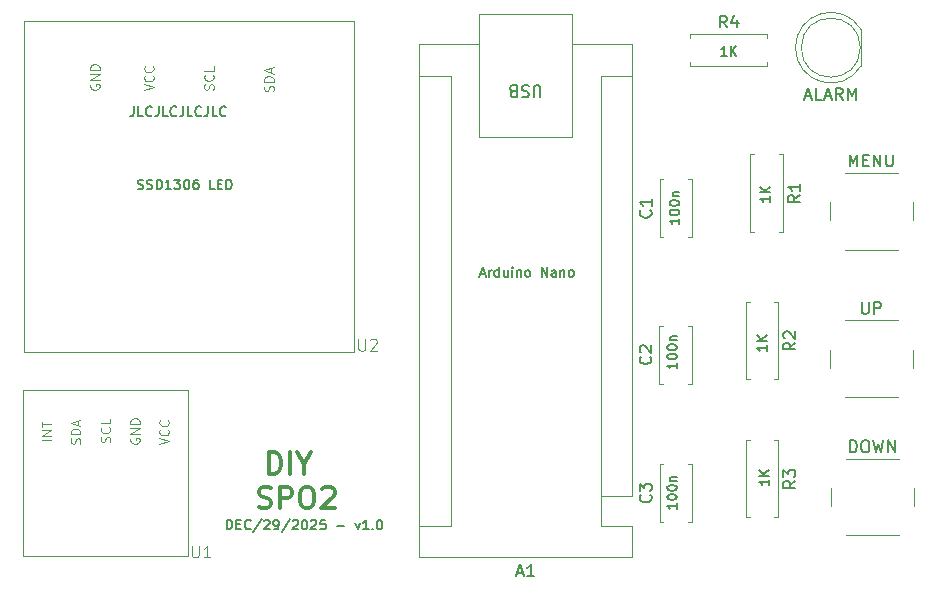
<source format=gbr>
G04 #@! TF.GenerationSoftware,KiCad,Pcbnew,9.0.2*
G04 #@! TF.CreationDate,2025-12-29T14:16:25-08:00*
G04 #@! TF.ProjectId,akshera,616b7368-6572-4612-9e6b-696361645f70,rev?*
G04 #@! TF.SameCoordinates,Original*
G04 #@! TF.FileFunction,Legend,Top*
G04 #@! TF.FilePolarity,Positive*
%FSLAX46Y46*%
G04 Gerber Fmt 4.6, Leading zero omitted, Abs format (unit mm)*
G04 Created by KiCad (PCBNEW 9.0.2) date 2025-12-29 14:16:25*
%MOMM*%
%LPD*%
G01*
G04 APERTURE LIST*
%ADD10C,0.152400*%
%ADD11C,0.300000*%
%ADD12C,0.100000*%
%ADD13C,0.150000*%
%ADD14C,0.120000*%
G04 APERTURE END LIST*
D10*
X140826015Y-67379803D02*
X140826015Y-67960375D01*
X140826015Y-67960375D02*
X140787310Y-68076489D01*
X140787310Y-68076489D02*
X140709901Y-68153899D01*
X140709901Y-68153899D02*
X140593786Y-68192603D01*
X140593786Y-68192603D02*
X140516377Y-68192603D01*
X141600110Y-68192603D02*
X141213062Y-68192603D01*
X141213062Y-68192603D02*
X141213062Y-67379803D01*
X142335500Y-68115194D02*
X142296796Y-68153899D01*
X142296796Y-68153899D02*
X142180681Y-68192603D01*
X142180681Y-68192603D02*
X142103272Y-68192603D01*
X142103272Y-68192603D02*
X141987158Y-68153899D01*
X141987158Y-68153899D02*
X141909748Y-68076489D01*
X141909748Y-68076489D02*
X141871043Y-67999079D01*
X141871043Y-67999079D02*
X141832339Y-67844260D01*
X141832339Y-67844260D02*
X141832339Y-67728146D01*
X141832339Y-67728146D02*
X141871043Y-67573327D01*
X141871043Y-67573327D02*
X141909748Y-67495918D01*
X141909748Y-67495918D02*
X141987158Y-67418508D01*
X141987158Y-67418508D02*
X142103272Y-67379803D01*
X142103272Y-67379803D02*
X142180681Y-67379803D01*
X142180681Y-67379803D02*
X142296796Y-67418508D01*
X142296796Y-67418508D02*
X142335500Y-67457213D01*
X142916072Y-67379803D02*
X142916072Y-67960375D01*
X142916072Y-67960375D02*
X142877367Y-68076489D01*
X142877367Y-68076489D02*
X142799958Y-68153899D01*
X142799958Y-68153899D02*
X142683843Y-68192603D01*
X142683843Y-68192603D02*
X142606434Y-68192603D01*
X143690167Y-68192603D02*
X143303119Y-68192603D01*
X143303119Y-68192603D02*
X143303119Y-67379803D01*
X144425557Y-68115194D02*
X144386853Y-68153899D01*
X144386853Y-68153899D02*
X144270738Y-68192603D01*
X144270738Y-68192603D02*
X144193329Y-68192603D01*
X144193329Y-68192603D02*
X144077215Y-68153899D01*
X144077215Y-68153899D02*
X143999805Y-68076489D01*
X143999805Y-68076489D02*
X143961100Y-67999079D01*
X143961100Y-67999079D02*
X143922396Y-67844260D01*
X143922396Y-67844260D02*
X143922396Y-67728146D01*
X143922396Y-67728146D02*
X143961100Y-67573327D01*
X143961100Y-67573327D02*
X143999805Y-67495918D01*
X143999805Y-67495918D02*
X144077215Y-67418508D01*
X144077215Y-67418508D02*
X144193329Y-67379803D01*
X144193329Y-67379803D02*
X144270738Y-67379803D01*
X144270738Y-67379803D02*
X144386853Y-67418508D01*
X144386853Y-67418508D02*
X144425557Y-67457213D01*
X145006129Y-67379803D02*
X145006129Y-67960375D01*
X145006129Y-67960375D02*
X144967424Y-68076489D01*
X144967424Y-68076489D02*
X144890015Y-68153899D01*
X144890015Y-68153899D02*
X144773900Y-68192603D01*
X144773900Y-68192603D02*
X144696491Y-68192603D01*
X145780224Y-68192603D02*
X145393176Y-68192603D01*
X145393176Y-68192603D02*
X145393176Y-67379803D01*
X146515614Y-68115194D02*
X146476910Y-68153899D01*
X146476910Y-68153899D02*
X146360795Y-68192603D01*
X146360795Y-68192603D02*
X146283386Y-68192603D01*
X146283386Y-68192603D02*
X146167272Y-68153899D01*
X146167272Y-68153899D02*
X146089862Y-68076489D01*
X146089862Y-68076489D02*
X146051157Y-67999079D01*
X146051157Y-67999079D02*
X146012453Y-67844260D01*
X146012453Y-67844260D02*
X146012453Y-67728146D01*
X146012453Y-67728146D02*
X146051157Y-67573327D01*
X146051157Y-67573327D02*
X146089862Y-67495918D01*
X146089862Y-67495918D02*
X146167272Y-67418508D01*
X146167272Y-67418508D02*
X146283386Y-67379803D01*
X146283386Y-67379803D02*
X146360795Y-67379803D01*
X146360795Y-67379803D02*
X146476910Y-67418508D01*
X146476910Y-67418508D02*
X146515614Y-67457213D01*
X147096186Y-67379803D02*
X147096186Y-67960375D01*
X147096186Y-67960375D02*
X147057481Y-68076489D01*
X147057481Y-68076489D02*
X146980072Y-68153899D01*
X146980072Y-68153899D02*
X146863957Y-68192603D01*
X146863957Y-68192603D02*
X146786548Y-68192603D01*
X147870281Y-68192603D02*
X147483233Y-68192603D01*
X147483233Y-68192603D02*
X147483233Y-67379803D01*
X148605671Y-68115194D02*
X148566967Y-68153899D01*
X148566967Y-68153899D02*
X148450852Y-68192603D01*
X148450852Y-68192603D02*
X148373443Y-68192603D01*
X148373443Y-68192603D02*
X148257329Y-68153899D01*
X148257329Y-68153899D02*
X148179919Y-68076489D01*
X148179919Y-68076489D02*
X148141214Y-67999079D01*
X148141214Y-67999079D02*
X148102510Y-67844260D01*
X148102510Y-67844260D02*
X148102510Y-67728146D01*
X148102510Y-67728146D02*
X148141214Y-67573327D01*
X148141214Y-67573327D02*
X148179919Y-67495918D01*
X148179919Y-67495918D02*
X148257329Y-67418508D01*
X148257329Y-67418508D02*
X148373443Y-67379803D01*
X148373443Y-67379803D02*
X148450852Y-67379803D01*
X148450852Y-67379803D02*
X148566967Y-67418508D01*
X148566967Y-67418508D02*
X148605671Y-67457213D01*
X148693786Y-103192603D02*
X148693786Y-102379803D01*
X148693786Y-102379803D02*
X148887310Y-102379803D01*
X148887310Y-102379803D02*
X149003424Y-102418508D01*
X149003424Y-102418508D02*
X149080834Y-102495918D01*
X149080834Y-102495918D02*
X149119539Y-102573327D01*
X149119539Y-102573327D02*
X149158243Y-102728146D01*
X149158243Y-102728146D02*
X149158243Y-102844260D01*
X149158243Y-102844260D02*
X149119539Y-102999079D01*
X149119539Y-102999079D02*
X149080834Y-103076489D01*
X149080834Y-103076489D02*
X149003424Y-103153899D01*
X149003424Y-103153899D02*
X148887310Y-103192603D01*
X148887310Y-103192603D02*
X148693786Y-103192603D01*
X149506586Y-102766851D02*
X149777520Y-102766851D01*
X149893634Y-103192603D02*
X149506586Y-103192603D01*
X149506586Y-103192603D02*
X149506586Y-102379803D01*
X149506586Y-102379803D02*
X149893634Y-102379803D01*
X150706433Y-103115194D02*
X150667729Y-103153899D01*
X150667729Y-103153899D02*
X150551614Y-103192603D01*
X150551614Y-103192603D02*
X150474205Y-103192603D01*
X150474205Y-103192603D02*
X150358091Y-103153899D01*
X150358091Y-103153899D02*
X150280681Y-103076489D01*
X150280681Y-103076489D02*
X150241976Y-102999079D01*
X150241976Y-102999079D02*
X150203272Y-102844260D01*
X150203272Y-102844260D02*
X150203272Y-102728146D01*
X150203272Y-102728146D02*
X150241976Y-102573327D01*
X150241976Y-102573327D02*
X150280681Y-102495918D01*
X150280681Y-102495918D02*
X150358091Y-102418508D01*
X150358091Y-102418508D02*
X150474205Y-102379803D01*
X150474205Y-102379803D02*
X150551614Y-102379803D01*
X150551614Y-102379803D02*
X150667729Y-102418508D01*
X150667729Y-102418508D02*
X150706433Y-102457213D01*
X151635348Y-102341099D02*
X150938662Y-103386127D01*
X151867577Y-102457213D02*
X151906281Y-102418508D01*
X151906281Y-102418508D02*
X151983691Y-102379803D01*
X151983691Y-102379803D02*
X152177215Y-102379803D01*
X152177215Y-102379803D02*
X152254624Y-102418508D01*
X152254624Y-102418508D02*
X152293329Y-102457213D01*
X152293329Y-102457213D02*
X152332034Y-102534622D01*
X152332034Y-102534622D02*
X152332034Y-102612032D01*
X152332034Y-102612032D02*
X152293329Y-102728146D01*
X152293329Y-102728146D02*
X151828872Y-103192603D01*
X151828872Y-103192603D02*
X152332034Y-103192603D01*
X152719081Y-103192603D02*
X152873900Y-103192603D01*
X152873900Y-103192603D02*
X152951310Y-103153899D01*
X152951310Y-103153899D02*
X152990014Y-103115194D01*
X152990014Y-103115194D02*
X153067424Y-102999079D01*
X153067424Y-102999079D02*
X153106129Y-102844260D01*
X153106129Y-102844260D02*
X153106129Y-102534622D01*
X153106129Y-102534622D02*
X153067424Y-102457213D01*
X153067424Y-102457213D02*
X153028719Y-102418508D01*
X153028719Y-102418508D02*
X152951310Y-102379803D01*
X152951310Y-102379803D02*
X152796491Y-102379803D01*
X152796491Y-102379803D02*
X152719081Y-102418508D01*
X152719081Y-102418508D02*
X152680376Y-102457213D01*
X152680376Y-102457213D02*
X152641672Y-102534622D01*
X152641672Y-102534622D02*
X152641672Y-102728146D01*
X152641672Y-102728146D02*
X152680376Y-102805556D01*
X152680376Y-102805556D02*
X152719081Y-102844260D01*
X152719081Y-102844260D02*
X152796491Y-102882965D01*
X152796491Y-102882965D02*
X152951310Y-102882965D01*
X152951310Y-102882965D02*
X153028719Y-102844260D01*
X153028719Y-102844260D02*
X153067424Y-102805556D01*
X153067424Y-102805556D02*
X153106129Y-102728146D01*
X154035043Y-102341099D02*
X153338357Y-103386127D01*
X154267272Y-102457213D02*
X154305976Y-102418508D01*
X154305976Y-102418508D02*
X154383386Y-102379803D01*
X154383386Y-102379803D02*
X154576910Y-102379803D01*
X154576910Y-102379803D02*
X154654319Y-102418508D01*
X154654319Y-102418508D02*
X154693024Y-102457213D01*
X154693024Y-102457213D02*
X154731729Y-102534622D01*
X154731729Y-102534622D02*
X154731729Y-102612032D01*
X154731729Y-102612032D02*
X154693024Y-102728146D01*
X154693024Y-102728146D02*
X154228567Y-103192603D01*
X154228567Y-103192603D02*
X154731729Y-103192603D01*
X155234890Y-102379803D02*
X155312300Y-102379803D01*
X155312300Y-102379803D02*
X155389709Y-102418508D01*
X155389709Y-102418508D02*
X155428414Y-102457213D01*
X155428414Y-102457213D02*
X155467119Y-102534622D01*
X155467119Y-102534622D02*
X155505824Y-102689441D01*
X155505824Y-102689441D02*
X155505824Y-102882965D01*
X155505824Y-102882965D02*
X155467119Y-103037784D01*
X155467119Y-103037784D02*
X155428414Y-103115194D01*
X155428414Y-103115194D02*
X155389709Y-103153899D01*
X155389709Y-103153899D02*
X155312300Y-103192603D01*
X155312300Y-103192603D02*
X155234890Y-103192603D01*
X155234890Y-103192603D02*
X155157481Y-103153899D01*
X155157481Y-103153899D02*
X155118776Y-103115194D01*
X155118776Y-103115194D02*
X155080071Y-103037784D01*
X155080071Y-103037784D02*
X155041367Y-102882965D01*
X155041367Y-102882965D02*
X155041367Y-102689441D01*
X155041367Y-102689441D02*
X155080071Y-102534622D01*
X155080071Y-102534622D02*
X155118776Y-102457213D01*
X155118776Y-102457213D02*
X155157481Y-102418508D01*
X155157481Y-102418508D02*
X155234890Y-102379803D01*
X155815462Y-102457213D02*
X155854166Y-102418508D01*
X155854166Y-102418508D02*
X155931576Y-102379803D01*
X155931576Y-102379803D02*
X156125100Y-102379803D01*
X156125100Y-102379803D02*
X156202509Y-102418508D01*
X156202509Y-102418508D02*
X156241214Y-102457213D01*
X156241214Y-102457213D02*
X156279919Y-102534622D01*
X156279919Y-102534622D02*
X156279919Y-102612032D01*
X156279919Y-102612032D02*
X156241214Y-102728146D01*
X156241214Y-102728146D02*
X155776757Y-103192603D01*
X155776757Y-103192603D02*
X156279919Y-103192603D01*
X157015309Y-102379803D02*
X156628261Y-102379803D01*
X156628261Y-102379803D02*
X156589557Y-102766851D01*
X156589557Y-102766851D02*
X156628261Y-102728146D01*
X156628261Y-102728146D02*
X156705671Y-102689441D01*
X156705671Y-102689441D02*
X156899195Y-102689441D01*
X156899195Y-102689441D02*
X156976604Y-102728146D01*
X156976604Y-102728146D02*
X157015309Y-102766851D01*
X157015309Y-102766851D02*
X157054014Y-102844260D01*
X157054014Y-102844260D02*
X157054014Y-103037784D01*
X157054014Y-103037784D02*
X157015309Y-103115194D01*
X157015309Y-103115194D02*
X156976604Y-103153899D01*
X156976604Y-103153899D02*
X156899195Y-103192603D01*
X156899195Y-103192603D02*
X156705671Y-103192603D01*
X156705671Y-103192603D02*
X156628261Y-103153899D01*
X156628261Y-103153899D02*
X156589557Y-103115194D01*
X158021632Y-102882965D02*
X158640909Y-102882965D01*
X159569823Y-102650737D02*
X159763347Y-103192603D01*
X159763347Y-103192603D02*
X159956870Y-102650737D01*
X160692261Y-103192603D02*
X160227804Y-103192603D01*
X160460032Y-103192603D02*
X160460032Y-102379803D01*
X160460032Y-102379803D02*
X160382623Y-102495918D01*
X160382623Y-102495918D02*
X160305213Y-102573327D01*
X160305213Y-102573327D02*
X160227804Y-102612032D01*
X161040603Y-103115194D02*
X161079308Y-103153899D01*
X161079308Y-103153899D02*
X161040603Y-103192603D01*
X161040603Y-103192603D02*
X161001899Y-103153899D01*
X161001899Y-103153899D02*
X161040603Y-103115194D01*
X161040603Y-103115194D02*
X161040603Y-103192603D01*
X161582470Y-102379803D02*
X161659880Y-102379803D01*
X161659880Y-102379803D02*
X161737289Y-102418508D01*
X161737289Y-102418508D02*
X161775994Y-102457213D01*
X161775994Y-102457213D02*
X161814699Y-102534622D01*
X161814699Y-102534622D02*
X161853404Y-102689441D01*
X161853404Y-102689441D02*
X161853404Y-102882965D01*
X161853404Y-102882965D02*
X161814699Y-103037784D01*
X161814699Y-103037784D02*
X161775994Y-103115194D01*
X161775994Y-103115194D02*
X161737289Y-103153899D01*
X161737289Y-103153899D02*
X161659880Y-103192603D01*
X161659880Y-103192603D02*
X161582470Y-103192603D01*
X161582470Y-103192603D02*
X161505061Y-103153899D01*
X161505061Y-103153899D02*
X161466356Y-103115194D01*
X161466356Y-103115194D02*
X161427651Y-103037784D01*
X161427651Y-103037784D02*
X161388947Y-102882965D01*
X161388947Y-102882965D02*
X161388947Y-102689441D01*
X161388947Y-102689441D02*
X161427651Y-102534622D01*
X161427651Y-102534622D02*
X161466356Y-102457213D01*
X161466356Y-102457213D02*
X161505061Y-102418508D01*
X161505061Y-102418508D02*
X161582470Y-102379803D01*
D11*
X152242857Y-98466215D02*
X152242857Y-96666215D01*
X152242857Y-96666215D02*
X152671428Y-96666215D01*
X152671428Y-96666215D02*
X152928571Y-96751929D01*
X152928571Y-96751929D02*
X153100000Y-96923358D01*
X153100000Y-96923358D02*
X153185714Y-97094786D01*
X153185714Y-97094786D02*
X153271428Y-97437643D01*
X153271428Y-97437643D02*
X153271428Y-97694786D01*
X153271428Y-97694786D02*
X153185714Y-98037643D01*
X153185714Y-98037643D02*
X153100000Y-98209072D01*
X153100000Y-98209072D02*
X152928571Y-98380501D01*
X152928571Y-98380501D02*
X152671428Y-98466215D01*
X152671428Y-98466215D02*
X152242857Y-98466215D01*
X154042857Y-98466215D02*
X154042857Y-96666215D01*
X155242857Y-97609072D02*
X155242857Y-98466215D01*
X154642857Y-96666215D02*
X155242857Y-97609072D01*
X155242857Y-97609072D02*
X155842857Y-96666215D01*
X151385714Y-101278400D02*
X151642857Y-101364114D01*
X151642857Y-101364114D02*
X152071428Y-101364114D01*
X152071428Y-101364114D02*
X152242857Y-101278400D01*
X152242857Y-101278400D02*
X152328571Y-101192685D01*
X152328571Y-101192685D02*
X152414285Y-101021257D01*
X152414285Y-101021257D02*
X152414285Y-100849828D01*
X152414285Y-100849828D02*
X152328571Y-100678400D01*
X152328571Y-100678400D02*
X152242857Y-100592685D01*
X152242857Y-100592685D02*
X152071428Y-100506971D01*
X152071428Y-100506971D02*
X151728571Y-100421257D01*
X151728571Y-100421257D02*
X151557142Y-100335542D01*
X151557142Y-100335542D02*
X151471428Y-100249828D01*
X151471428Y-100249828D02*
X151385714Y-100078400D01*
X151385714Y-100078400D02*
X151385714Y-99906971D01*
X151385714Y-99906971D02*
X151471428Y-99735542D01*
X151471428Y-99735542D02*
X151557142Y-99649828D01*
X151557142Y-99649828D02*
X151728571Y-99564114D01*
X151728571Y-99564114D02*
X152157142Y-99564114D01*
X152157142Y-99564114D02*
X152414285Y-99649828D01*
X153185714Y-101364114D02*
X153185714Y-99564114D01*
X153185714Y-99564114D02*
X153871428Y-99564114D01*
X153871428Y-99564114D02*
X154042857Y-99649828D01*
X154042857Y-99649828D02*
X154128571Y-99735542D01*
X154128571Y-99735542D02*
X154214285Y-99906971D01*
X154214285Y-99906971D02*
X154214285Y-100164114D01*
X154214285Y-100164114D02*
X154128571Y-100335542D01*
X154128571Y-100335542D02*
X154042857Y-100421257D01*
X154042857Y-100421257D02*
X153871428Y-100506971D01*
X153871428Y-100506971D02*
X153185714Y-100506971D01*
X155328571Y-99564114D02*
X155671428Y-99564114D01*
X155671428Y-99564114D02*
X155842857Y-99649828D01*
X155842857Y-99649828D02*
X156014285Y-99821257D01*
X156014285Y-99821257D02*
X156100000Y-100164114D01*
X156100000Y-100164114D02*
X156100000Y-100764114D01*
X156100000Y-100764114D02*
X156014285Y-101106971D01*
X156014285Y-101106971D02*
X155842857Y-101278400D01*
X155842857Y-101278400D02*
X155671428Y-101364114D01*
X155671428Y-101364114D02*
X155328571Y-101364114D01*
X155328571Y-101364114D02*
X155157143Y-101278400D01*
X155157143Y-101278400D02*
X154985714Y-101106971D01*
X154985714Y-101106971D02*
X154900000Y-100764114D01*
X154900000Y-100764114D02*
X154900000Y-100164114D01*
X154900000Y-100164114D02*
X154985714Y-99821257D01*
X154985714Y-99821257D02*
X155157143Y-99649828D01*
X155157143Y-99649828D02*
X155328571Y-99564114D01*
X156785714Y-99735542D02*
X156871428Y-99649828D01*
X156871428Y-99649828D02*
X157042857Y-99564114D01*
X157042857Y-99564114D02*
X157471428Y-99564114D01*
X157471428Y-99564114D02*
X157642857Y-99649828D01*
X157642857Y-99649828D02*
X157728571Y-99735542D01*
X157728571Y-99735542D02*
X157814285Y-99906971D01*
X157814285Y-99906971D02*
X157814285Y-100078400D01*
X157814285Y-100078400D02*
X157728571Y-100335542D01*
X157728571Y-100335542D02*
X156699999Y-101364114D01*
X156699999Y-101364114D02*
X157814285Y-101364114D01*
D10*
X186992603Y-76880460D02*
X186992603Y-77344917D01*
X186992603Y-77112689D02*
X186179803Y-77112689D01*
X186179803Y-77112689D02*
X186295918Y-77190098D01*
X186295918Y-77190098D02*
X186373327Y-77267508D01*
X186373327Y-77267508D02*
X186412032Y-77344917D01*
X186179803Y-76377299D02*
X186179803Y-76299889D01*
X186179803Y-76299889D02*
X186218508Y-76222480D01*
X186218508Y-76222480D02*
X186257213Y-76183775D01*
X186257213Y-76183775D02*
X186334622Y-76145070D01*
X186334622Y-76145070D02*
X186489441Y-76106365D01*
X186489441Y-76106365D02*
X186682965Y-76106365D01*
X186682965Y-76106365D02*
X186837784Y-76145070D01*
X186837784Y-76145070D02*
X186915194Y-76183775D01*
X186915194Y-76183775D02*
X186953899Y-76222480D01*
X186953899Y-76222480D02*
X186992603Y-76299889D01*
X186992603Y-76299889D02*
X186992603Y-76377299D01*
X186992603Y-76377299D02*
X186953899Y-76454708D01*
X186953899Y-76454708D02*
X186915194Y-76493413D01*
X186915194Y-76493413D02*
X186837784Y-76532118D01*
X186837784Y-76532118D02*
X186682965Y-76570822D01*
X186682965Y-76570822D02*
X186489441Y-76570822D01*
X186489441Y-76570822D02*
X186334622Y-76532118D01*
X186334622Y-76532118D02*
X186257213Y-76493413D01*
X186257213Y-76493413D02*
X186218508Y-76454708D01*
X186218508Y-76454708D02*
X186179803Y-76377299D01*
X186179803Y-75603204D02*
X186179803Y-75525794D01*
X186179803Y-75525794D02*
X186218508Y-75448385D01*
X186218508Y-75448385D02*
X186257213Y-75409680D01*
X186257213Y-75409680D02*
X186334622Y-75370975D01*
X186334622Y-75370975D02*
X186489441Y-75332270D01*
X186489441Y-75332270D02*
X186682965Y-75332270D01*
X186682965Y-75332270D02*
X186837784Y-75370975D01*
X186837784Y-75370975D02*
X186915194Y-75409680D01*
X186915194Y-75409680D02*
X186953899Y-75448385D01*
X186953899Y-75448385D02*
X186992603Y-75525794D01*
X186992603Y-75525794D02*
X186992603Y-75603204D01*
X186992603Y-75603204D02*
X186953899Y-75680613D01*
X186953899Y-75680613D02*
X186915194Y-75719318D01*
X186915194Y-75719318D02*
X186837784Y-75758023D01*
X186837784Y-75758023D02*
X186682965Y-75796727D01*
X186682965Y-75796727D02*
X186489441Y-75796727D01*
X186489441Y-75796727D02*
X186334622Y-75758023D01*
X186334622Y-75758023D02*
X186257213Y-75719318D01*
X186257213Y-75719318D02*
X186218508Y-75680613D01*
X186218508Y-75680613D02*
X186179803Y-75603204D01*
X186450737Y-74983928D02*
X186992603Y-74983928D01*
X186528146Y-74983928D02*
X186489441Y-74945223D01*
X186489441Y-74945223D02*
X186450737Y-74867813D01*
X186450737Y-74867813D02*
X186450737Y-74751699D01*
X186450737Y-74751699D02*
X186489441Y-74674290D01*
X186489441Y-74674290D02*
X186566851Y-74635585D01*
X186566851Y-74635585D02*
X186992603Y-74635585D01*
X186792603Y-89080460D02*
X186792603Y-89544917D01*
X186792603Y-89312689D02*
X185979803Y-89312689D01*
X185979803Y-89312689D02*
X186095918Y-89390098D01*
X186095918Y-89390098D02*
X186173327Y-89467508D01*
X186173327Y-89467508D02*
X186212032Y-89544917D01*
X185979803Y-88577299D02*
X185979803Y-88499889D01*
X185979803Y-88499889D02*
X186018508Y-88422480D01*
X186018508Y-88422480D02*
X186057213Y-88383775D01*
X186057213Y-88383775D02*
X186134622Y-88345070D01*
X186134622Y-88345070D02*
X186289441Y-88306365D01*
X186289441Y-88306365D02*
X186482965Y-88306365D01*
X186482965Y-88306365D02*
X186637784Y-88345070D01*
X186637784Y-88345070D02*
X186715194Y-88383775D01*
X186715194Y-88383775D02*
X186753899Y-88422480D01*
X186753899Y-88422480D02*
X186792603Y-88499889D01*
X186792603Y-88499889D02*
X186792603Y-88577299D01*
X186792603Y-88577299D02*
X186753899Y-88654708D01*
X186753899Y-88654708D02*
X186715194Y-88693413D01*
X186715194Y-88693413D02*
X186637784Y-88732118D01*
X186637784Y-88732118D02*
X186482965Y-88770822D01*
X186482965Y-88770822D02*
X186289441Y-88770822D01*
X186289441Y-88770822D02*
X186134622Y-88732118D01*
X186134622Y-88732118D02*
X186057213Y-88693413D01*
X186057213Y-88693413D02*
X186018508Y-88654708D01*
X186018508Y-88654708D02*
X185979803Y-88577299D01*
X185979803Y-87803204D02*
X185979803Y-87725794D01*
X185979803Y-87725794D02*
X186018508Y-87648385D01*
X186018508Y-87648385D02*
X186057213Y-87609680D01*
X186057213Y-87609680D02*
X186134622Y-87570975D01*
X186134622Y-87570975D02*
X186289441Y-87532270D01*
X186289441Y-87532270D02*
X186482965Y-87532270D01*
X186482965Y-87532270D02*
X186637784Y-87570975D01*
X186637784Y-87570975D02*
X186715194Y-87609680D01*
X186715194Y-87609680D02*
X186753899Y-87648385D01*
X186753899Y-87648385D02*
X186792603Y-87725794D01*
X186792603Y-87725794D02*
X186792603Y-87803204D01*
X186792603Y-87803204D02*
X186753899Y-87880613D01*
X186753899Y-87880613D02*
X186715194Y-87919318D01*
X186715194Y-87919318D02*
X186637784Y-87958023D01*
X186637784Y-87958023D02*
X186482965Y-87996727D01*
X186482965Y-87996727D02*
X186289441Y-87996727D01*
X186289441Y-87996727D02*
X186134622Y-87958023D01*
X186134622Y-87958023D02*
X186057213Y-87919318D01*
X186057213Y-87919318D02*
X186018508Y-87880613D01*
X186018508Y-87880613D02*
X185979803Y-87803204D01*
X186250737Y-87183928D02*
X186792603Y-87183928D01*
X186328146Y-87183928D02*
X186289441Y-87145223D01*
X186289441Y-87145223D02*
X186250737Y-87067813D01*
X186250737Y-87067813D02*
X186250737Y-86951699D01*
X186250737Y-86951699D02*
X186289441Y-86874290D01*
X186289441Y-86874290D02*
X186366851Y-86835585D01*
X186366851Y-86835585D02*
X186792603Y-86835585D01*
X186792603Y-100980460D02*
X186792603Y-101444917D01*
X186792603Y-101212689D02*
X185979803Y-101212689D01*
X185979803Y-101212689D02*
X186095918Y-101290098D01*
X186095918Y-101290098D02*
X186173327Y-101367508D01*
X186173327Y-101367508D02*
X186212032Y-101444917D01*
X185979803Y-100477299D02*
X185979803Y-100399889D01*
X185979803Y-100399889D02*
X186018508Y-100322480D01*
X186018508Y-100322480D02*
X186057213Y-100283775D01*
X186057213Y-100283775D02*
X186134622Y-100245070D01*
X186134622Y-100245070D02*
X186289441Y-100206365D01*
X186289441Y-100206365D02*
X186482965Y-100206365D01*
X186482965Y-100206365D02*
X186637784Y-100245070D01*
X186637784Y-100245070D02*
X186715194Y-100283775D01*
X186715194Y-100283775D02*
X186753899Y-100322480D01*
X186753899Y-100322480D02*
X186792603Y-100399889D01*
X186792603Y-100399889D02*
X186792603Y-100477299D01*
X186792603Y-100477299D02*
X186753899Y-100554708D01*
X186753899Y-100554708D02*
X186715194Y-100593413D01*
X186715194Y-100593413D02*
X186637784Y-100632118D01*
X186637784Y-100632118D02*
X186482965Y-100670822D01*
X186482965Y-100670822D02*
X186289441Y-100670822D01*
X186289441Y-100670822D02*
X186134622Y-100632118D01*
X186134622Y-100632118D02*
X186057213Y-100593413D01*
X186057213Y-100593413D02*
X186018508Y-100554708D01*
X186018508Y-100554708D02*
X185979803Y-100477299D01*
X185979803Y-99703204D02*
X185979803Y-99625794D01*
X185979803Y-99625794D02*
X186018508Y-99548385D01*
X186018508Y-99548385D02*
X186057213Y-99509680D01*
X186057213Y-99509680D02*
X186134622Y-99470975D01*
X186134622Y-99470975D02*
X186289441Y-99432270D01*
X186289441Y-99432270D02*
X186482965Y-99432270D01*
X186482965Y-99432270D02*
X186637784Y-99470975D01*
X186637784Y-99470975D02*
X186715194Y-99509680D01*
X186715194Y-99509680D02*
X186753899Y-99548385D01*
X186753899Y-99548385D02*
X186792603Y-99625794D01*
X186792603Y-99625794D02*
X186792603Y-99703204D01*
X186792603Y-99703204D02*
X186753899Y-99780613D01*
X186753899Y-99780613D02*
X186715194Y-99819318D01*
X186715194Y-99819318D02*
X186637784Y-99858023D01*
X186637784Y-99858023D02*
X186482965Y-99896727D01*
X186482965Y-99896727D02*
X186289441Y-99896727D01*
X186289441Y-99896727D02*
X186134622Y-99858023D01*
X186134622Y-99858023D02*
X186057213Y-99819318D01*
X186057213Y-99819318D02*
X186018508Y-99780613D01*
X186018508Y-99780613D02*
X185979803Y-99703204D01*
X186250737Y-99083928D02*
X186792603Y-99083928D01*
X186328146Y-99083928D02*
X186289441Y-99045223D01*
X186289441Y-99045223D02*
X186250737Y-98967813D01*
X186250737Y-98967813D02*
X186250737Y-98851699D01*
X186250737Y-98851699D02*
X186289441Y-98774290D01*
X186289441Y-98774290D02*
X186366851Y-98735585D01*
X186366851Y-98735585D02*
X186792603Y-98735585D01*
X194592603Y-98980460D02*
X194592603Y-99444917D01*
X194592603Y-99212689D02*
X193779803Y-99212689D01*
X193779803Y-99212689D02*
X193895918Y-99290098D01*
X193895918Y-99290098D02*
X193973327Y-99367508D01*
X193973327Y-99367508D02*
X194012032Y-99444917D01*
X194592603Y-98632118D02*
X193779803Y-98632118D01*
X194592603Y-98167661D02*
X194128146Y-98516003D01*
X193779803Y-98167661D02*
X194244260Y-98632118D01*
X194392603Y-87580460D02*
X194392603Y-88044917D01*
X194392603Y-87812689D02*
X193579803Y-87812689D01*
X193579803Y-87812689D02*
X193695918Y-87890098D01*
X193695918Y-87890098D02*
X193773327Y-87967508D01*
X193773327Y-87967508D02*
X193812032Y-88044917D01*
X194392603Y-87232118D02*
X193579803Y-87232118D01*
X194392603Y-86767661D02*
X193928146Y-87116003D01*
X193579803Y-86767661D02*
X194044260Y-87232118D01*
X194692603Y-74980460D02*
X194692603Y-75444917D01*
X194692603Y-75212689D02*
X193879803Y-75212689D01*
X193879803Y-75212689D02*
X193995918Y-75290098D01*
X193995918Y-75290098D02*
X194073327Y-75367508D01*
X194073327Y-75367508D02*
X194112032Y-75444917D01*
X194692603Y-74632118D02*
X193879803Y-74632118D01*
X194692603Y-74167661D02*
X194228146Y-74516003D01*
X193879803Y-74167661D02*
X194344260Y-74632118D01*
X191019539Y-63092603D02*
X190555082Y-63092603D01*
X190787310Y-63092603D02*
X190787310Y-62279803D01*
X190787310Y-62279803D02*
X190709901Y-62395918D01*
X190709901Y-62395918D02*
X190632491Y-62473327D01*
X190632491Y-62473327D02*
X190555082Y-62512032D01*
X191367881Y-63092603D02*
X191367881Y-62279803D01*
X191832338Y-63092603D02*
X191483996Y-62628146D01*
X191832338Y-62279803D02*
X191367881Y-62744260D01*
X141155082Y-74353899D02*
X141271196Y-74392603D01*
X141271196Y-74392603D02*
X141464720Y-74392603D01*
X141464720Y-74392603D02*
X141542129Y-74353899D01*
X141542129Y-74353899D02*
X141580834Y-74315194D01*
X141580834Y-74315194D02*
X141619539Y-74237784D01*
X141619539Y-74237784D02*
X141619539Y-74160375D01*
X141619539Y-74160375D02*
X141580834Y-74082965D01*
X141580834Y-74082965D02*
X141542129Y-74044260D01*
X141542129Y-74044260D02*
X141464720Y-74005556D01*
X141464720Y-74005556D02*
X141309901Y-73966851D01*
X141309901Y-73966851D02*
X141232491Y-73928146D01*
X141232491Y-73928146D02*
X141193786Y-73889441D01*
X141193786Y-73889441D02*
X141155082Y-73812032D01*
X141155082Y-73812032D02*
X141155082Y-73734622D01*
X141155082Y-73734622D02*
X141193786Y-73657213D01*
X141193786Y-73657213D02*
X141232491Y-73618508D01*
X141232491Y-73618508D02*
X141309901Y-73579803D01*
X141309901Y-73579803D02*
X141503424Y-73579803D01*
X141503424Y-73579803D02*
X141619539Y-73618508D01*
X141929177Y-74353899D02*
X142045291Y-74392603D01*
X142045291Y-74392603D02*
X142238815Y-74392603D01*
X142238815Y-74392603D02*
X142316224Y-74353899D01*
X142316224Y-74353899D02*
X142354929Y-74315194D01*
X142354929Y-74315194D02*
X142393634Y-74237784D01*
X142393634Y-74237784D02*
X142393634Y-74160375D01*
X142393634Y-74160375D02*
X142354929Y-74082965D01*
X142354929Y-74082965D02*
X142316224Y-74044260D01*
X142316224Y-74044260D02*
X142238815Y-74005556D01*
X142238815Y-74005556D02*
X142083996Y-73966851D01*
X142083996Y-73966851D02*
X142006586Y-73928146D01*
X142006586Y-73928146D02*
X141967881Y-73889441D01*
X141967881Y-73889441D02*
X141929177Y-73812032D01*
X141929177Y-73812032D02*
X141929177Y-73734622D01*
X141929177Y-73734622D02*
X141967881Y-73657213D01*
X141967881Y-73657213D02*
X142006586Y-73618508D01*
X142006586Y-73618508D02*
X142083996Y-73579803D01*
X142083996Y-73579803D02*
X142277519Y-73579803D01*
X142277519Y-73579803D02*
X142393634Y-73618508D01*
X142741976Y-74392603D02*
X142741976Y-73579803D01*
X142741976Y-73579803D02*
X142935500Y-73579803D01*
X142935500Y-73579803D02*
X143051614Y-73618508D01*
X143051614Y-73618508D02*
X143129024Y-73695918D01*
X143129024Y-73695918D02*
X143167729Y-73773327D01*
X143167729Y-73773327D02*
X143206433Y-73928146D01*
X143206433Y-73928146D02*
X143206433Y-74044260D01*
X143206433Y-74044260D02*
X143167729Y-74199079D01*
X143167729Y-74199079D02*
X143129024Y-74276489D01*
X143129024Y-74276489D02*
X143051614Y-74353899D01*
X143051614Y-74353899D02*
X142935500Y-74392603D01*
X142935500Y-74392603D02*
X142741976Y-74392603D01*
X143980529Y-74392603D02*
X143516072Y-74392603D01*
X143748300Y-74392603D02*
X143748300Y-73579803D01*
X143748300Y-73579803D02*
X143670891Y-73695918D01*
X143670891Y-73695918D02*
X143593481Y-73773327D01*
X143593481Y-73773327D02*
X143516072Y-73812032D01*
X144251462Y-73579803D02*
X144754624Y-73579803D01*
X144754624Y-73579803D02*
X144483690Y-73889441D01*
X144483690Y-73889441D02*
X144599805Y-73889441D01*
X144599805Y-73889441D02*
X144677214Y-73928146D01*
X144677214Y-73928146D02*
X144715919Y-73966851D01*
X144715919Y-73966851D02*
X144754624Y-74044260D01*
X144754624Y-74044260D02*
X144754624Y-74237784D01*
X144754624Y-74237784D02*
X144715919Y-74315194D01*
X144715919Y-74315194D02*
X144677214Y-74353899D01*
X144677214Y-74353899D02*
X144599805Y-74392603D01*
X144599805Y-74392603D02*
X144367576Y-74392603D01*
X144367576Y-74392603D02*
X144290167Y-74353899D01*
X144290167Y-74353899D02*
X144251462Y-74315194D01*
X145257785Y-73579803D02*
X145335195Y-73579803D01*
X145335195Y-73579803D02*
X145412604Y-73618508D01*
X145412604Y-73618508D02*
X145451309Y-73657213D01*
X145451309Y-73657213D02*
X145490014Y-73734622D01*
X145490014Y-73734622D02*
X145528719Y-73889441D01*
X145528719Y-73889441D02*
X145528719Y-74082965D01*
X145528719Y-74082965D02*
X145490014Y-74237784D01*
X145490014Y-74237784D02*
X145451309Y-74315194D01*
X145451309Y-74315194D02*
X145412604Y-74353899D01*
X145412604Y-74353899D02*
X145335195Y-74392603D01*
X145335195Y-74392603D02*
X145257785Y-74392603D01*
X145257785Y-74392603D02*
X145180376Y-74353899D01*
X145180376Y-74353899D02*
X145141671Y-74315194D01*
X145141671Y-74315194D02*
X145102966Y-74237784D01*
X145102966Y-74237784D02*
X145064262Y-74082965D01*
X145064262Y-74082965D02*
X145064262Y-73889441D01*
X145064262Y-73889441D02*
X145102966Y-73734622D01*
X145102966Y-73734622D02*
X145141671Y-73657213D01*
X145141671Y-73657213D02*
X145180376Y-73618508D01*
X145180376Y-73618508D02*
X145257785Y-73579803D01*
X146225404Y-73579803D02*
X146070585Y-73579803D01*
X146070585Y-73579803D02*
X145993176Y-73618508D01*
X145993176Y-73618508D02*
X145954471Y-73657213D01*
X145954471Y-73657213D02*
X145877061Y-73773327D01*
X145877061Y-73773327D02*
X145838357Y-73928146D01*
X145838357Y-73928146D02*
X145838357Y-74237784D01*
X145838357Y-74237784D02*
X145877061Y-74315194D01*
X145877061Y-74315194D02*
X145915766Y-74353899D01*
X145915766Y-74353899D02*
X145993176Y-74392603D01*
X145993176Y-74392603D02*
X146147995Y-74392603D01*
X146147995Y-74392603D02*
X146225404Y-74353899D01*
X146225404Y-74353899D02*
X146264109Y-74315194D01*
X146264109Y-74315194D02*
X146302814Y-74237784D01*
X146302814Y-74237784D02*
X146302814Y-74044260D01*
X146302814Y-74044260D02*
X146264109Y-73966851D01*
X146264109Y-73966851D02*
X146225404Y-73928146D01*
X146225404Y-73928146D02*
X146147995Y-73889441D01*
X146147995Y-73889441D02*
X145993176Y-73889441D01*
X145993176Y-73889441D02*
X145915766Y-73928146D01*
X145915766Y-73928146D02*
X145877061Y-73966851D01*
X145877061Y-73966851D02*
X145838357Y-74044260D01*
X147657480Y-74392603D02*
X147270432Y-74392603D01*
X147270432Y-74392603D02*
X147270432Y-73579803D01*
X147928413Y-73966851D02*
X148199347Y-73966851D01*
X148315461Y-74392603D02*
X147928413Y-74392603D01*
X147928413Y-74392603D02*
X147928413Y-73579803D01*
X147928413Y-73579803D02*
X148315461Y-73579803D01*
X148663803Y-74392603D02*
X148663803Y-73579803D01*
X148663803Y-73579803D02*
X148857327Y-73579803D01*
X148857327Y-73579803D02*
X148973441Y-73618508D01*
X148973441Y-73618508D02*
X149050851Y-73695918D01*
X149050851Y-73695918D02*
X149089556Y-73773327D01*
X149089556Y-73773327D02*
X149128260Y-73928146D01*
X149128260Y-73928146D02*
X149128260Y-74044260D01*
X149128260Y-74044260D02*
X149089556Y-74199079D01*
X149089556Y-74199079D02*
X149050851Y-74276489D01*
X149050851Y-74276489D02*
X148973441Y-74353899D01*
X148973441Y-74353899D02*
X148857327Y-74392603D01*
X148857327Y-74392603D02*
X148663803Y-74392603D01*
X170155082Y-81560375D02*
X170542129Y-81560375D01*
X170077672Y-81792603D02*
X170348605Y-80979803D01*
X170348605Y-80979803D02*
X170619539Y-81792603D01*
X170890472Y-81792603D02*
X170890472Y-81250737D01*
X170890472Y-81405556D02*
X170929177Y-81328146D01*
X170929177Y-81328146D02*
X170967882Y-81289441D01*
X170967882Y-81289441D02*
X171045291Y-81250737D01*
X171045291Y-81250737D02*
X171122701Y-81250737D01*
X171741977Y-81792603D02*
X171741977Y-80979803D01*
X171741977Y-81753899D02*
X171664568Y-81792603D01*
X171664568Y-81792603D02*
X171509749Y-81792603D01*
X171509749Y-81792603D02*
X171432339Y-81753899D01*
X171432339Y-81753899D02*
X171393634Y-81715194D01*
X171393634Y-81715194D02*
X171354930Y-81637784D01*
X171354930Y-81637784D02*
X171354930Y-81405556D01*
X171354930Y-81405556D02*
X171393634Y-81328146D01*
X171393634Y-81328146D02*
X171432339Y-81289441D01*
X171432339Y-81289441D02*
X171509749Y-81250737D01*
X171509749Y-81250737D02*
X171664568Y-81250737D01*
X171664568Y-81250737D02*
X171741977Y-81289441D01*
X172477367Y-81250737D02*
X172477367Y-81792603D01*
X172129024Y-81250737D02*
X172129024Y-81676489D01*
X172129024Y-81676489D02*
X172167729Y-81753899D01*
X172167729Y-81753899D02*
X172245139Y-81792603D01*
X172245139Y-81792603D02*
X172361253Y-81792603D01*
X172361253Y-81792603D02*
X172438662Y-81753899D01*
X172438662Y-81753899D02*
X172477367Y-81715194D01*
X172864414Y-81792603D02*
X172864414Y-81250737D01*
X172864414Y-80979803D02*
X172825710Y-81018508D01*
X172825710Y-81018508D02*
X172864414Y-81057213D01*
X172864414Y-81057213D02*
X172903119Y-81018508D01*
X172903119Y-81018508D02*
X172864414Y-80979803D01*
X172864414Y-80979803D02*
X172864414Y-81057213D01*
X173251462Y-81250737D02*
X173251462Y-81792603D01*
X173251462Y-81328146D02*
X173290167Y-81289441D01*
X173290167Y-81289441D02*
X173367577Y-81250737D01*
X173367577Y-81250737D02*
X173483691Y-81250737D01*
X173483691Y-81250737D02*
X173561100Y-81289441D01*
X173561100Y-81289441D02*
X173599805Y-81366851D01*
X173599805Y-81366851D02*
X173599805Y-81792603D01*
X174102967Y-81792603D02*
X174025557Y-81753899D01*
X174025557Y-81753899D02*
X173986852Y-81715194D01*
X173986852Y-81715194D02*
X173948148Y-81637784D01*
X173948148Y-81637784D02*
X173948148Y-81405556D01*
X173948148Y-81405556D02*
X173986852Y-81328146D01*
X173986852Y-81328146D02*
X174025557Y-81289441D01*
X174025557Y-81289441D02*
X174102967Y-81250737D01*
X174102967Y-81250737D02*
X174219081Y-81250737D01*
X174219081Y-81250737D02*
X174296490Y-81289441D01*
X174296490Y-81289441D02*
X174335195Y-81328146D01*
X174335195Y-81328146D02*
X174373900Y-81405556D01*
X174373900Y-81405556D02*
X174373900Y-81637784D01*
X174373900Y-81637784D02*
X174335195Y-81715194D01*
X174335195Y-81715194D02*
X174296490Y-81753899D01*
X174296490Y-81753899D02*
X174219081Y-81792603D01*
X174219081Y-81792603D02*
X174102967Y-81792603D01*
X175341518Y-81792603D02*
X175341518Y-80979803D01*
X175341518Y-80979803D02*
X175805975Y-81792603D01*
X175805975Y-81792603D02*
X175805975Y-80979803D01*
X176541366Y-81792603D02*
X176541366Y-81366851D01*
X176541366Y-81366851D02*
X176502661Y-81289441D01*
X176502661Y-81289441D02*
X176425252Y-81250737D01*
X176425252Y-81250737D02*
X176270433Y-81250737D01*
X176270433Y-81250737D02*
X176193023Y-81289441D01*
X176541366Y-81753899D02*
X176463957Y-81792603D01*
X176463957Y-81792603D02*
X176270433Y-81792603D01*
X176270433Y-81792603D02*
X176193023Y-81753899D01*
X176193023Y-81753899D02*
X176154319Y-81676489D01*
X176154319Y-81676489D02*
X176154319Y-81599079D01*
X176154319Y-81599079D02*
X176193023Y-81521670D01*
X176193023Y-81521670D02*
X176270433Y-81482965D01*
X176270433Y-81482965D02*
X176463957Y-81482965D01*
X176463957Y-81482965D02*
X176541366Y-81444260D01*
X176928413Y-81250737D02*
X176928413Y-81792603D01*
X176928413Y-81328146D02*
X176967118Y-81289441D01*
X176967118Y-81289441D02*
X177044528Y-81250737D01*
X177044528Y-81250737D02*
X177160642Y-81250737D01*
X177160642Y-81250737D02*
X177238051Y-81289441D01*
X177238051Y-81289441D02*
X177276756Y-81366851D01*
X177276756Y-81366851D02*
X177276756Y-81792603D01*
X177779918Y-81792603D02*
X177702508Y-81753899D01*
X177702508Y-81753899D02*
X177663803Y-81715194D01*
X177663803Y-81715194D02*
X177625099Y-81637784D01*
X177625099Y-81637784D02*
X177625099Y-81405556D01*
X177625099Y-81405556D02*
X177663803Y-81328146D01*
X177663803Y-81328146D02*
X177702508Y-81289441D01*
X177702508Y-81289441D02*
X177779918Y-81250737D01*
X177779918Y-81250737D02*
X177896032Y-81250737D01*
X177896032Y-81250737D02*
X177973441Y-81289441D01*
X177973441Y-81289441D02*
X178012146Y-81328146D01*
X178012146Y-81328146D02*
X178050851Y-81405556D01*
X178050851Y-81405556D02*
X178050851Y-81637784D01*
X178050851Y-81637784D02*
X178012146Y-81715194D01*
X178012146Y-81715194D02*
X177973441Y-81753899D01*
X177973441Y-81753899D02*
X177896032Y-81792603D01*
X177896032Y-81792603D02*
X177779918Y-81792603D01*
D12*
X145738095Y-104557419D02*
X145738095Y-105366942D01*
X145738095Y-105366942D02*
X145785714Y-105462180D01*
X145785714Y-105462180D02*
X145833333Y-105509800D01*
X145833333Y-105509800D02*
X145928571Y-105557419D01*
X145928571Y-105557419D02*
X146119047Y-105557419D01*
X146119047Y-105557419D02*
X146214285Y-105509800D01*
X146214285Y-105509800D02*
X146261904Y-105462180D01*
X146261904Y-105462180D02*
X146309523Y-105366942D01*
X146309523Y-105366942D02*
X146309523Y-104557419D01*
X147309523Y-105557419D02*
X146738095Y-105557419D01*
X147023809Y-105557419D02*
X147023809Y-104557419D01*
X147023809Y-104557419D02*
X146928571Y-104700276D01*
X146928571Y-104700276D02*
X146833333Y-104795514D01*
X146833333Y-104795514D02*
X146738095Y-104843133D01*
X138788800Y-95793830D02*
X138826895Y-95679544D01*
X138826895Y-95679544D02*
X138826895Y-95489068D01*
X138826895Y-95489068D02*
X138788800Y-95412877D01*
X138788800Y-95412877D02*
X138750704Y-95374782D01*
X138750704Y-95374782D02*
X138674514Y-95336687D01*
X138674514Y-95336687D02*
X138598323Y-95336687D01*
X138598323Y-95336687D02*
X138522133Y-95374782D01*
X138522133Y-95374782D02*
X138484038Y-95412877D01*
X138484038Y-95412877D02*
X138445942Y-95489068D01*
X138445942Y-95489068D02*
X138407847Y-95641449D01*
X138407847Y-95641449D02*
X138369752Y-95717639D01*
X138369752Y-95717639D02*
X138331657Y-95755734D01*
X138331657Y-95755734D02*
X138255466Y-95793830D01*
X138255466Y-95793830D02*
X138179276Y-95793830D01*
X138179276Y-95793830D02*
X138103085Y-95755734D01*
X138103085Y-95755734D02*
X138064990Y-95717639D01*
X138064990Y-95717639D02*
X138026895Y-95641449D01*
X138026895Y-95641449D02*
X138026895Y-95450972D01*
X138026895Y-95450972D02*
X138064990Y-95336687D01*
X138750704Y-94536686D02*
X138788800Y-94574782D01*
X138788800Y-94574782D02*
X138826895Y-94689067D01*
X138826895Y-94689067D02*
X138826895Y-94765258D01*
X138826895Y-94765258D02*
X138788800Y-94879544D01*
X138788800Y-94879544D02*
X138712609Y-94955734D01*
X138712609Y-94955734D02*
X138636419Y-94993829D01*
X138636419Y-94993829D02*
X138484038Y-95031925D01*
X138484038Y-95031925D02*
X138369752Y-95031925D01*
X138369752Y-95031925D02*
X138217371Y-94993829D01*
X138217371Y-94993829D02*
X138141180Y-94955734D01*
X138141180Y-94955734D02*
X138064990Y-94879544D01*
X138064990Y-94879544D02*
X138026895Y-94765258D01*
X138026895Y-94765258D02*
X138026895Y-94689067D01*
X138026895Y-94689067D02*
X138064990Y-94574782D01*
X138064990Y-94574782D02*
X138103085Y-94536686D01*
X138826895Y-93812877D02*
X138826895Y-94193829D01*
X138826895Y-94193829D02*
X138026895Y-94193829D01*
X142987895Y-95997020D02*
X143787895Y-95730353D01*
X143787895Y-95730353D02*
X142987895Y-95463687D01*
X143711704Y-94739877D02*
X143749800Y-94777973D01*
X143749800Y-94777973D02*
X143787895Y-94892258D01*
X143787895Y-94892258D02*
X143787895Y-94968449D01*
X143787895Y-94968449D02*
X143749800Y-95082735D01*
X143749800Y-95082735D02*
X143673609Y-95158925D01*
X143673609Y-95158925D02*
X143597419Y-95197020D01*
X143597419Y-95197020D02*
X143445038Y-95235116D01*
X143445038Y-95235116D02*
X143330752Y-95235116D01*
X143330752Y-95235116D02*
X143178371Y-95197020D01*
X143178371Y-95197020D02*
X143102180Y-95158925D01*
X143102180Y-95158925D02*
X143025990Y-95082735D01*
X143025990Y-95082735D02*
X142987895Y-94968449D01*
X142987895Y-94968449D02*
X142987895Y-94892258D01*
X142987895Y-94892258D02*
X143025990Y-94777973D01*
X143025990Y-94777973D02*
X143064085Y-94739877D01*
X143711704Y-93939877D02*
X143749800Y-93977973D01*
X143749800Y-93977973D02*
X143787895Y-94092258D01*
X143787895Y-94092258D02*
X143787895Y-94168449D01*
X143787895Y-94168449D02*
X143749800Y-94282735D01*
X143749800Y-94282735D02*
X143673609Y-94358925D01*
X143673609Y-94358925D02*
X143597419Y-94397020D01*
X143597419Y-94397020D02*
X143445038Y-94435116D01*
X143445038Y-94435116D02*
X143330752Y-94435116D01*
X143330752Y-94435116D02*
X143178371Y-94397020D01*
X143178371Y-94397020D02*
X143102180Y-94358925D01*
X143102180Y-94358925D02*
X143025990Y-94282735D01*
X143025990Y-94282735D02*
X142987895Y-94168449D01*
X142987895Y-94168449D02*
X142987895Y-94092258D01*
X142987895Y-94092258D02*
X143025990Y-93977973D01*
X143025990Y-93977973D02*
X143064085Y-93939877D01*
X140564990Y-95463687D02*
X140526895Y-95539877D01*
X140526895Y-95539877D02*
X140526895Y-95654163D01*
X140526895Y-95654163D02*
X140564990Y-95768449D01*
X140564990Y-95768449D02*
X140641180Y-95844639D01*
X140641180Y-95844639D02*
X140717371Y-95882734D01*
X140717371Y-95882734D02*
X140869752Y-95920830D01*
X140869752Y-95920830D02*
X140984038Y-95920830D01*
X140984038Y-95920830D02*
X141136419Y-95882734D01*
X141136419Y-95882734D02*
X141212609Y-95844639D01*
X141212609Y-95844639D02*
X141288800Y-95768449D01*
X141288800Y-95768449D02*
X141326895Y-95654163D01*
X141326895Y-95654163D02*
X141326895Y-95577972D01*
X141326895Y-95577972D02*
X141288800Y-95463687D01*
X141288800Y-95463687D02*
X141250704Y-95425591D01*
X141250704Y-95425591D02*
X140984038Y-95425591D01*
X140984038Y-95425591D02*
X140984038Y-95577972D01*
X141326895Y-95082734D02*
X140526895Y-95082734D01*
X140526895Y-95082734D02*
X141326895Y-94625591D01*
X141326895Y-94625591D02*
X140526895Y-94625591D01*
X141326895Y-94244639D02*
X140526895Y-94244639D01*
X140526895Y-94244639D02*
X140526895Y-94054163D01*
X140526895Y-94054163D02*
X140564990Y-93939877D01*
X140564990Y-93939877D02*
X140641180Y-93863687D01*
X140641180Y-93863687D02*
X140717371Y-93825592D01*
X140717371Y-93825592D02*
X140869752Y-93787496D01*
X140869752Y-93787496D02*
X140984038Y-93787496D01*
X140984038Y-93787496D02*
X141136419Y-93825592D01*
X141136419Y-93825592D02*
X141212609Y-93863687D01*
X141212609Y-93863687D02*
X141288800Y-93939877D01*
X141288800Y-93939877D02*
X141326895Y-94054163D01*
X141326895Y-94054163D02*
X141326895Y-94244639D01*
X133826895Y-95628734D02*
X133026895Y-95628734D01*
X133826895Y-95247782D02*
X133026895Y-95247782D01*
X133026895Y-95247782D02*
X133826895Y-94790639D01*
X133826895Y-94790639D02*
X133026895Y-94790639D01*
X133026895Y-94523973D02*
X133026895Y-94066830D01*
X133826895Y-94295402D02*
X133026895Y-94295402D01*
X136256800Y-95920830D02*
X136294895Y-95806544D01*
X136294895Y-95806544D02*
X136294895Y-95616068D01*
X136294895Y-95616068D02*
X136256800Y-95539877D01*
X136256800Y-95539877D02*
X136218704Y-95501782D01*
X136218704Y-95501782D02*
X136142514Y-95463687D01*
X136142514Y-95463687D02*
X136066323Y-95463687D01*
X136066323Y-95463687D02*
X135990133Y-95501782D01*
X135990133Y-95501782D02*
X135952038Y-95539877D01*
X135952038Y-95539877D02*
X135913942Y-95616068D01*
X135913942Y-95616068D02*
X135875847Y-95768449D01*
X135875847Y-95768449D02*
X135837752Y-95844639D01*
X135837752Y-95844639D02*
X135799657Y-95882734D01*
X135799657Y-95882734D02*
X135723466Y-95920830D01*
X135723466Y-95920830D02*
X135647276Y-95920830D01*
X135647276Y-95920830D02*
X135571085Y-95882734D01*
X135571085Y-95882734D02*
X135532990Y-95844639D01*
X135532990Y-95844639D02*
X135494895Y-95768449D01*
X135494895Y-95768449D02*
X135494895Y-95577972D01*
X135494895Y-95577972D02*
X135532990Y-95463687D01*
X136294895Y-95120829D02*
X135494895Y-95120829D01*
X135494895Y-95120829D02*
X135494895Y-94930353D01*
X135494895Y-94930353D02*
X135532990Y-94816067D01*
X135532990Y-94816067D02*
X135609180Y-94739877D01*
X135609180Y-94739877D02*
X135685371Y-94701782D01*
X135685371Y-94701782D02*
X135837752Y-94663686D01*
X135837752Y-94663686D02*
X135952038Y-94663686D01*
X135952038Y-94663686D02*
X136104419Y-94701782D01*
X136104419Y-94701782D02*
X136180609Y-94739877D01*
X136180609Y-94739877D02*
X136256800Y-94816067D01*
X136256800Y-94816067D02*
X136294895Y-94930353D01*
X136294895Y-94930353D02*
X136294895Y-95120829D01*
X136066323Y-94358925D02*
X136066323Y-93977972D01*
X136294895Y-94435115D02*
X135494895Y-94168448D01*
X135494895Y-94168448D02*
X136294895Y-93901782D01*
X159838095Y-87057419D02*
X159838095Y-87866942D01*
X159838095Y-87866942D02*
X159885714Y-87962180D01*
X159885714Y-87962180D02*
X159933333Y-88009800D01*
X159933333Y-88009800D02*
X160028571Y-88057419D01*
X160028571Y-88057419D02*
X160219047Y-88057419D01*
X160219047Y-88057419D02*
X160314285Y-88009800D01*
X160314285Y-88009800D02*
X160361904Y-87962180D01*
X160361904Y-87962180D02*
X160409523Y-87866942D01*
X160409523Y-87866942D02*
X160409523Y-87057419D01*
X160838095Y-87152657D02*
X160885714Y-87105038D01*
X160885714Y-87105038D02*
X160980952Y-87057419D01*
X160980952Y-87057419D02*
X161219047Y-87057419D01*
X161219047Y-87057419D02*
X161314285Y-87105038D01*
X161314285Y-87105038D02*
X161361904Y-87152657D01*
X161361904Y-87152657D02*
X161409523Y-87247895D01*
X161409523Y-87247895D02*
X161409523Y-87343133D01*
X161409523Y-87343133D02*
X161361904Y-87485990D01*
X161361904Y-87485990D02*
X160790476Y-88057419D01*
X160790476Y-88057419D02*
X161409523Y-88057419D01*
X147533800Y-65948830D02*
X147571895Y-65834544D01*
X147571895Y-65834544D02*
X147571895Y-65644068D01*
X147571895Y-65644068D02*
X147533800Y-65567877D01*
X147533800Y-65567877D02*
X147495704Y-65529782D01*
X147495704Y-65529782D02*
X147419514Y-65491687D01*
X147419514Y-65491687D02*
X147343323Y-65491687D01*
X147343323Y-65491687D02*
X147267133Y-65529782D01*
X147267133Y-65529782D02*
X147229038Y-65567877D01*
X147229038Y-65567877D02*
X147190942Y-65644068D01*
X147190942Y-65644068D02*
X147152847Y-65796449D01*
X147152847Y-65796449D02*
X147114752Y-65872639D01*
X147114752Y-65872639D02*
X147076657Y-65910734D01*
X147076657Y-65910734D02*
X147000466Y-65948830D01*
X147000466Y-65948830D02*
X146924276Y-65948830D01*
X146924276Y-65948830D02*
X146848085Y-65910734D01*
X146848085Y-65910734D02*
X146809990Y-65872639D01*
X146809990Y-65872639D02*
X146771895Y-65796449D01*
X146771895Y-65796449D02*
X146771895Y-65605972D01*
X146771895Y-65605972D02*
X146809990Y-65491687D01*
X147495704Y-64691686D02*
X147533800Y-64729782D01*
X147533800Y-64729782D02*
X147571895Y-64844067D01*
X147571895Y-64844067D02*
X147571895Y-64920258D01*
X147571895Y-64920258D02*
X147533800Y-65034544D01*
X147533800Y-65034544D02*
X147457609Y-65110734D01*
X147457609Y-65110734D02*
X147381419Y-65148829D01*
X147381419Y-65148829D02*
X147229038Y-65186925D01*
X147229038Y-65186925D02*
X147114752Y-65186925D01*
X147114752Y-65186925D02*
X146962371Y-65148829D01*
X146962371Y-65148829D02*
X146886180Y-65110734D01*
X146886180Y-65110734D02*
X146809990Y-65034544D01*
X146809990Y-65034544D02*
X146771895Y-64920258D01*
X146771895Y-64920258D02*
X146771895Y-64844067D01*
X146771895Y-64844067D02*
X146809990Y-64729782D01*
X146809990Y-64729782D02*
X146848085Y-64691686D01*
X147571895Y-63967877D02*
X147571895Y-64348829D01*
X147571895Y-64348829D02*
X146771895Y-64348829D01*
X141691895Y-66025020D02*
X142491895Y-65758353D01*
X142491895Y-65758353D02*
X141691895Y-65491687D01*
X142415704Y-64767877D02*
X142453800Y-64805973D01*
X142453800Y-64805973D02*
X142491895Y-64920258D01*
X142491895Y-64920258D02*
X142491895Y-64996449D01*
X142491895Y-64996449D02*
X142453800Y-65110735D01*
X142453800Y-65110735D02*
X142377609Y-65186925D01*
X142377609Y-65186925D02*
X142301419Y-65225020D01*
X142301419Y-65225020D02*
X142149038Y-65263116D01*
X142149038Y-65263116D02*
X142034752Y-65263116D01*
X142034752Y-65263116D02*
X141882371Y-65225020D01*
X141882371Y-65225020D02*
X141806180Y-65186925D01*
X141806180Y-65186925D02*
X141729990Y-65110735D01*
X141729990Y-65110735D02*
X141691895Y-64996449D01*
X141691895Y-64996449D02*
X141691895Y-64920258D01*
X141691895Y-64920258D02*
X141729990Y-64805973D01*
X141729990Y-64805973D02*
X141768085Y-64767877D01*
X142415704Y-63967877D02*
X142453800Y-64005973D01*
X142453800Y-64005973D02*
X142491895Y-64120258D01*
X142491895Y-64120258D02*
X142491895Y-64196449D01*
X142491895Y-64196449D02*
X142453800Y-64310735D01*
X142453800Y-64310735D02*
X142377609Y-64386925D01*
X142377609Y-64386925D02*
X142301419Y-64425020D01*
X142301419Y-64425020D02*
X142149038Y-64463116D01*
X142149038Y-64463116D02*
X142034752Y-64463116D01*
X142034752Y-64463116D02*
X141882371Y-64425020D01*
X141882371Y-64425020D02*
X141806180Y-64386925D01*
X141806180Y-64386925D02*
X141729990Y-64310735D01*
X141729990Y-64310735D02*
X141691895Y-64196449D01*
X141691895Y-64196449D02*
X141691895Y-64120258D01*
X141691895Y-64120258D02*
X141729990Y-64005973D01*
X141729990Y-64005973D02*
X141768085Y-63967877D01*
X152613800Y-66075830D02*
X152651895Y-65961544D01*
X152651895Y-65961544D02*
X152651895Y-65771068D01*
X152651895Y-65771068D02*
X152613800Y-65694877D01*
X152613800Y-65694877D02*
X152575704Y-65656782D01*
X152575704Y-65656782D02*
X152499514Y-65618687D01*
X152499514Y-65618687D02*
X152423323Y-65618687D01*
X152423323Y-65618687D02*
X152347133Y-65656782D01*
X152347133Y-65656782D02*
X152309038Y-65694877D01*
X152309038Y-65694877D02*
X152270942Y-65771068D01*
X152270942Y-65771068D02*
X152232847Y-65923449D01*
X152232847Y-65923449D02*
X152194752Y-65999639D01*
X152194752Y-65999639D02*
X152156657Y-66037734D01*
X152156657Y-66037734D02*
X152080466Y-66075830D01*
X152080466Y-66075830D02*
X152004276Y-66075830D01*
X152004276Y-66075830D02*
X151928085Y-66037734D01*
X151928085Y-66037734D02*
X151889990Y-65999639D01*
X151889990Y-65999639D02*
X151851895Y-65923449D01*
X151851895Y-65923449D02*
X151851895Y-65732972D01*
X151851895Y-65732972D02*
X151889990Y-65618687D01*
X152651895Y-65275829D02*
X151851895Y-65275829D01*
X151851895Y-65275829D02*
X151851895Y-65085353D01*
X151851895Y-65085353D02*
X151889990Y-64971067D01*
X151889990Y-64971067D02*
X151966180Y-64894877D01*
X151966180Y-64894877D02*
X152042371Y-64856782D01*
X152042371Y-64856782D02*
X152194752Y-64818686D01*
X152194752Y-64818686D02*
X152309038Y-64818686D01*
X152309038Y-64818686D02*
X152461419Y-64856782D01*
X152461419Y-64856782D02*
X152537609Y-64894877D01*
X152537609Y-64894877D02*
X152613800Y-64971067D01*
X152613800Y-64971067D02*
X152651895Y-65085353D01*
X152651895Y-65085353D02*
X152651895Y-65275829D01*
X152423323Y-64513925D02*
X152423323Y-64132972D01*
X152651895Y-64590115D02*
X151851895Y-64323448D01*
X151851895Y-64323448D02*
X152651895Y-64056782D01*
X137157990Y-65491687D02*
X137119895Y-65567877D01*
X137119895Y-65567877D02*
X137119895Y-65682163D01*
X137119895Y-65682163D02*
X137157990Y-65796449D01*
X137157990Y-65796449D02*
X137234180Y-65872639D01*
X137234180Y-65872639D02*
X137310371Y-65910734D01*
X137310371Y-65910734D02*
X137462752Y-65948830D01*
X137462752Y-65948830D02*
X137577038Y-65948830D01*
X137577038Y-65948830D02*
X137729419Y-65910734D01*
X137729419Y-65910734D02*
X137805609Y-65872639D01*
X137805609Y-65872639D02*
X137881800Y-65796449D01*
X137881800Y-65796449D02*
X137919895Y-65682163D01*
X137919895Y-65682163D02*
X137919895Y-65605972D01*
X137919895Y-65605972D02*
X137881800Y-65491687D01*
X137881800Y-65491687D02*
X137843704Y-65453591D01*
X137843704Y-65453591D02*
X137577038Y-65453591D01*
X137577038Y-65453591D02*
X137577038Y-65605972D01*
X137919895Y-65110734D02*
X137119895Y-65110734D01*
X137119895Y-65110734D02*
X137919895Y-64653591D01*
X137919895Y-64653591D02*
X137119895Y-64653591D01*
X137919895Y-64272639D02*
X137119895Y-64272639D01*
X137119895Y-64272639D02*
X137119895Y-64082163D01*
X137119895Y-64082163D02*
X137157990Y-63967877D01*
X137157990Y-63967877D02*
X137234180Y-63891687D01*
X137234180Y-63891687D02*
X137310371Y-63853592D01*
X137310371Y-63853592D02*
X137462752Y-63815496D01*
X137462752Y-63815496D02*
X137577038Y-63815496D01*
X137577038Y-63815496D02*
X137729419Y-63853592D01*
X137729419Y-63853592D02*
X137805609Y-63891687D01*
X137805609Y-63891687D02*
X137881800Y-63967877D01*
X137881800Y-63967877D02*
X137919895Y-64082163D01*
X137919895Y-64082163D02*
X137919895Y-64272639D01*
D13*
X201469048Y-96654819D02*
X201469048Y-95654819D01*
X201469048Y-95654819D02*
X201707143Y-95654819D01*
X201707143Y-95654819D02*
X201850000Y-95702438D01*
X201850000Y-95702438D02*
X201945238Y-95797676D01*
X201945238Y-95797676D02*
X201992857Y-95892914D01*
X201992857Y-95892914D02*
X202040476Y-96083390D01*
X202040476Y-96083390D02*
X202040476Y-96226247D01*
X202040476Y-96226247D02*
X201992857Y-96416723D01*
X201992857Y-96416723D02*
X201945238Y-96511961D01*
X201945238Y-96511961D02*
X201850000Y-96607200D01*
X201850000Y-96607200D02*
X201707143Y-96654819D01*
X201707143Y-96654819D02*
X201469048Y-96654819D01*
X202659524Y-95654819D02*
X202850000Y-95654819D01*
X202850000Y-95654819D02*
X202945238Y-95702438D01*
X202945238Y-95702438D02*
X203040476Y-95797676D01*
X203040476Y-95797676D02*
X203088095Y-95988152D01*
X203088095Y-95988152D02*
X203088095Y-96321485D01*
X203088095Y-96321485D02*
X203040476Y-96511961D01*
X203040476Y-96511961D02*
X202945238Y-96607200D01*
X202945238Y-96607200D02*
X202850000Y-96654819D01*
X202850000Y-96654819D02*
X202659524Y-96654819D01*
X202659524Y-96654819D02*
X202564286Y-96607200D01*
X202564286Y-96607200D02*
X202469048Y-96511961D01*
X202469048Y-96511961D02*
X202421429Y-96321485D01*
X202421429Y-96321485D02*
X202421429Y-95988152D01*
X202421429Y-95988152D02*
X202469048Y-95797676D01*
X202469048Y-95797676D02*
X202564286Y-95702438D01*
X202564286Y-95702438D02*
X202659524Y-95654819D01*
X203421429Y-95654819D02*
X203659524Y-96654819D01*
X203659524Y-96654819D02*
X203850000Y-95940533D01*
X203850000Y-95940533D02*
X204040476Y-96654819D01*
X204040476Y-96654819D02*
X204278572Y-95654819D01*
X204659524Y-96654819D02*
X204659524Y-95654819D01*
X204659524Y-95654819D02*
X205230952Y-96654819D01*
X205230952Y-96654819D02*
X205230952Y-95654819D01*
X184559580Y-100266666D02*
X184607200Y-100314285D01*
X184607200Y-100314285D02*
X184654819Y-100457142D01*
X184654819Y-100457142D02*
X184654819Y-100552380D01*
X184654819Y-100552380D02*
X184607200Y-100695237D01*
X184607200Y-100695237D02*
X184511961Y-100790475D01*
X184511961Y-100790475D02*
X184416723Y-100838094D01*
X184416723Y-100838094D02*
X184226247Y-100885713D01*
X184226247Y-100885713D02*
X184083390Y-100885713D01*
X184083390Y-100885713D02*
X183892914Y-100838094D01*
X183892914Y-100838094D02*
X183797676Y-100790475D01*
X183797676Y-100790475D02*
X183702438Y-100695237D01*
X183702438Y-100695237D02*
X183654819Y-100552380D01*
X183654819Y-100552380D02*
X183654819Y-100457142D01*
X183654819Y-100457142D02*
X183702438Y-100314285D01*
X183702438Y-100314285D02*
X183750057Y-100266666D01*
X183654819Y-99933332D02*
X183654819Y-99314285D01*
X183654819Y-99314285D02*
X184035771Y-99647618D01*
X184035771Y-99647618D02*
X184035771Y-99504761D01*
X184035771Y-99504761D02*
X184083390Y-99409523D01*
X184083390Y-99409523D02*
X184131009Y-99361904D01*
X184131009Y-99361904D02*
X184226247Y-99314285D01*
X184226247Y-99314285D02*
X184464342Y-99314285D01*
X184464342Y-99314285D02*
X184559580Y-99361904D01*
X184559580Y-99361904D02*
X184607200Y-99409523D01*
X184607200Y-99409523D02*
X184654819Y-99504761D01*
X184654819Y-99504761D02*
X184654819Y-99790475D01*
X184654819Y-99790475D02*
X184607200Y-99885713D01*
X184607200Y-99885713D02*
X184559580Y-99933332D01*
X196824819Y-99076666D02*
X196348628Y-99409999D01*
X196824819Y-99648094D02*
X195824819Y-99648094D01*
X195824819Y-99648094D02*
X195824819Y-99267142D01*
X195824819Y-99267142D02*
X195872438Y-99171904D01*
X195872438Y-99171904D02*
X195920057Y-99124285D01*
X195920057Y-99124285D02*
X196015295Y-99076666D01*
X196015295Y-99076666D02*
X196158152Y-99076666D01*
X196158152Y-99076666D02*
X196253390Y-99124285D01*
X196253390Y-99124285D02*
X196301009Y-99171904D01*
X196301009Y-99171904D02*
X196348628Y-99267142D01*
X196348628Y-99267142D02*
X196348628Y-99648094D01*
X195824819Y-98743332D02*
X195824819Y-98124285D01*
X195824819Y-98124285D02*
X196205771Y-98457618D01*
X196205771Y-98457618D02*
X196205771Y-98314761D01*
X196205771Y-98314761D02*
X196253390Y-98219523D01*
X196253390Y-98219523D02*
X196301009Y-98171904D01*
X196301009Y-98171904D02*
X196396247Y-98124285D01*
X196396247Y-98124285D02*
X196634342Y-98124285D01*
X196634342Y-98124285D02*
X196729580Y-98171904D01*
X196729580Y-98171904D02*
X196777200Y-98219523D01*
X196777200Y-98219523D02*
X196824819Y-98314761D01*
X196824819Y-98314761D02*
X196824819Y-98600475D01*
X196824819Y-98600475D02*
X196777200Y-98695713D01*
X196777200Y-98695713D02*
X196729580Y-98743332D01*
X184549580Y-88566666D02*
X184597200Y-88614285D01*
X184597200Y-88614285D02*
X184644819Y-88757142D01*
X184644819Y-88757142D02*
X184644819Y-88852380D01*
X184644819Y-88852380D02*
X184597200Y-88995237D01*
X184597200Y-88995237D02*
X184501961Y-89090475D01*
X184501961Y-89090475D02*
X184406723Y-89138094D01*
X184406723Y-89138094D02*
X184216247Y-89185713D01*
X184216247Y-89185713D02*
X184073390Y-89185713D01*
X184073390Y-89185713D02*
X183882914Y-89138094D01*
X183882914Y-89138094D02*
X183787676Y-89090475D01*
X183787676Y-89090475D02*
X183692438Y-88995237D01*
X183692438Y-88995237D02*
X183644819Y-88852380D01*
X183644819Y-88852380D02*
X183644819Y-88757142D01*
X183644819Y-88757142D02*
X183692438Y-88614285D01*
X183692438Y-88614285D02*
X183740057Y-88566666D01*
X183740057Y-88185713D02*
X183692438Y-88138094D01*
X183692438Y-88138094D02*
X183644819Y-88042856D01*
X183644819Y-88042856D02*
X183644819Y-87804761D01*
X183644819Y-87804761D02*
X183692438Y-87709523D01*
X183692438Y-87709523D02*
X183740057Y-87661904D01*
X183740057Y-87661904D02*
X183835295Y-87614285D01*
X183835295Y-87614285D02*
X183930533Y-87614285D01*
X183930533Y-87614285D02*
X184073390Y-87661904D01*
X184073390Y-87661904D02*
X184644819Y-88233332D01*
X184644819Y-88233332D02*
X184644819Y-87614285D01*
X196824819Y-87376666D02*
X196348628Y-87709999D01*
X196824819Y-87948094D02*
X195824819Y-87948094D01*
X195824819Y-87948094D02*
X195824819Y-87567142D01*
X195824819Y-87567142D02*
X195872438Y-87471904D01*
X195872438Y-87471904D02*
X195920057Y-87424285D01*
X195920057Y-87424285D02*
X196015295Y-87376666D01*
X196015295Y-87376666D02*
X196158152Y-87376666D01*
X196158152Y-87376666D02*
X196253390Y-87424285D01*
X196253390Y-87424285D02*
X196301009Y-87471904D01*
X196301009Y-87471904D02*
X196348628Y-87567142D01*
X196348628Y-87567142D02*
X196348628Y-87948094D01*
X195920057Y-86995713D02*
X195872438Y-86948094D01*
X195872438Y-86948094D02*
X195824819Y-86852856D01*
X195824819Y-86852856D02*
X195824819Y-86614761D01*
X195824819Y-86614761D02*
X195872438Y-86519523D01*
X195872438Y-86519523D02*
X195920057Y-86471904D01*
X195920057Y-86471904D02*
X196015295Y-86424285D01*
X196015295Y-86424285D02*
X196110533Y-86424285D01*
X196110533Y-86424285D02*
X196253390Y-86471904D01*
X196253390Y-86471904D02*
X196824819Y-87043332D01*
X196824819Y-87043332D02*
X196824819Y-86424285D01*
X184559580Y-76166666D02*
X184607200Y-76214285D01*
X184607200Y-76214285D02*
X184654819Y-76357142D01*
X184654819Y-76357142D02*
X184654819Y-76452380D01*
X184654819Y-76452380D02*
X184607200Y-76595237D01*
X184607200Y-76595237D02*
X184511961Y-76690475D01*
X184511961Y-76690475D02*
X184416723Y-76738094D01*
X184416723Y-76738094D02*
X184226247Y-76785713D01*
X184226247Y-76785713D02*
X184083390Y-76785713D01*
X184083390Y-76785713D02*
X183892914Y-76738094D01*
X183892914Y-76738094D02*
X183797676Y-76690475D01*
X183797676Y-76690475D02*
X183702438Y-76595237D01*
X183702438Y-76595237D02*
X183654819Y-76452380D01*
X183654819Y-76452380D02*
X183654819Y-76357142D01*
X183654819Y-76357142D02*
X183702438Y-76214285D01*
X183702438Y-76214285D02*
X183750057Y-76166666D01*
X184654819Y-75214285D02*
X184654819Y-75785713D01*
X184654819Y-75499999D02*
X183654819Y-75499999D01*
X183654819Y-75499999D02*
X183797676Y-75595237D01*
X183797676Y-75595237D02*
X183892914Y-75690475D01*
X183892914Y-75690475D02*
X183940533Y-75785713D01*
X197224819Y-74876666D02*
X196748628Y-75209999D01*
X197224819Y-75448094D02*
X196224819Y-75448094D01*
X196224819Y-75448094D02*
X196224819Y-75067142D01*
X196224819Y-75067142D02*
X196272438Y-74971904D01*
X196272438Y-74971904D02*
X196320057Y-74924285D01*
X196320057Y-74924285D02*
X196415295Y-74876666D01*
X196415295Y-74876666D02*
X196558152Y-74876666D01*
X196558152Y-74876666D02*
X196653390Y-74924285D01*
X196653390Y-74924285D02*
X196701009Y-74971904D01*
X196701009Y-74971904D02*
X196748628Y-75067142D01*
X196748628Y-75067142D02*
X196748628Y-75448094D01*
X197224819Y-73924285D02*
X197224819Y-74495713D01*
X197224819Y-74209999D02*
X196224819Y-74209999D01*
X196224819Y-74209999D02*
X196367676Y-74305237D01*
X196367676Y-74305237D02*
X196462914Y-74400475D01*
X196462914Y-74400475D02*
X196510533Y-74495713D01*
X191023333Y-60684819D02*
X190690000Y-60208628D01*
X190451905Y-60684819D02*
X190451905Y-59684819D01*
X190451905Y-59684819D02*
X190832857Y-59684819D01*
X190832857Y-59684819D02*
X190928095Y-59732438D01*
X190928095Y-59732438D02*
X190975714Y-59780057D01*
X190975714Y-59780057D02*
X191023333Y-59875295D01*
X191023333Y-59875295D02*
X191023333Y-60018152D01*
X191023333Y-60018152D02*
X190975714Y-60113390D01*
X190975714Y-60113390D02*
X190928095Y-60161009D01*
X190928095Y-60161009D02*
X190832857Y-60208628D01*
X190832857Y-60208628D02*
X190451905Y-60208628D01*
X191880476Y-60018152D02*
X191880476Y-60684819D01*
X191642381Y-59637200D02*
X191404286Y-60351485D01*
X191404286Y-60351485D02*
X192023333Y-60351485D01*
X197687143Y-66529104D02*
X198163333Y-66529104D01*
X197591905Y-66814819D02*
X197925238Y-65814819D01*
X197925238Y-65814819D02*
X198258571Y-66814819D01*
X199068095Y-66814819D02*
X198591905Y-66814819D01*
X198591905Y-66814819D02*
X198591905Y-65814819D01*
X199353810Y-66529104D02*
X199830000Y-66529104D01*
X199258572Y-66814819D02*
X199591905Y-65814819D01*
X199591905Y-65814819D02*
X199925238Y-66814819D01*
X200830000Y-66814819D02*
X200496667Y-66338628D01*
X200258572Y-66814819D02*
X200258572Y-65814819D01*
X200258572Y-65814819D02*
X200639524Y-65814819D01*
X200639524Y-65814819D02*
X200734762Y-65862438D01*
X200734762Y-65862438D02*
X200782381Y-65910057D01*
X200782381Y-65910057D02*
X200830000Y-66005295D01*
X200830000Y-66005295D02*
X200830000Y-66148152D01*
X200830000Y-66148152D02*
X200782381Y-66243390D01*
X200782381Y-66243390D02*
X200734762Y-66291009D01*
X200734762Y-66291009D02*
X200639524Y-66338628D01*
X200639524Y-66338628D02*
X200258572Y-66338628D01*
X201258572Y-66814819D02*
X201258572Y-65814819D01*
X201258572Y-65814819D02*
X201591905Y-66529104D01*
X201591905Y-66529104D02*
X201925238Y-65814819D01*
X201925238Y-65814819D02*
X201925238Y-66814819D01*
X201416667Y-72454819D02*
X201416667Y-71454819D01*
X201416667Y-71454819D02*
X201750000Y-72169104D01*
X201750000Y-72169104D02*
X202083333Y-71454819D01*
X202083333Y-71454819D02*
X202083333Y-72454819D01*
X202559524Y-71931009D02*
X202892857Y-71931009D01*
X203035714Y-72454819D02*
X202559524Y-72454819D01*
X202559524Y-72454819D02*
X202559524Y-71454819D01*
X202559524Y-71454819D02*
X203035714Y-71454819D01*
X203464286Y-72454819D02*
X203464286Y-71454819D01*
X203464286Y-71454819D02*
X204035714Y-72454819D01*
X204035714Y-72454819D02*
X204035714Y-71454819D01*
X204511905Y-71454819D02*
X204511905Y-72264342D01*
X204511905Y-72264342D02*
X204559524Y-72359580D01*
X204559524Y-72359580D02*
X204607143Y-72407200D01*
X204607143Y-72407200D02*
X204702381Y-72454819D01*
X204702381Y-72454819D02*
X204892857Y-72454819D01*
X204892857Y-72454819D02*
X204988095Y-72407200D01*
X204988095Y-72407200D02*
X205035714Y-72359580D01*
X205035714Y-72359580D02*
X205083333Y-72264342D01*
X205083333Y-72264342D02*
X205083333Y-71454819D01*
X202464286Y-83954819D02*
X202464286Y-84764342D01*
X202464286Y-84764342D02*
X202511905Y-84859580D01*
X202511905Y-84859580D02*
X202559524Y-84907200D01*
X202559524Y-84907200D02*
X202654762Y-84954819D01*
X202654762Y-84954819D02*
X202845238Y-84954819D01*
X202845238Y-84954819D02*
X202940476Y-84907200D01*
X202940476Y-84907200D02*
X202988095Y-84859580D01*
X202988095Y-84859580D02*
X203035714Y-84764342D01*
X203035714Y-84764342D02*
X203035714Y-83954819D01*
X203511905Y-84954819D02*
X203511905Y-83954819D01*
X203511905Y-83954819D02*
X203892857Y-83954819D01*
X203892857Y-83954819D02*
X203988095Y-84002438D01*
X203988095Y-84002438D02*
X204035714Y-84050057D01*
X204035714Y-84050057D02*
X204083333Y-84145295D01*
X204083333Y-84145295D02*
X204083333Y-84288152D01*
X204083333Y-84288152D02*
X204035714Y-84383390D01*
X204035714Y-84383390D02*
X203988095Y-84431009D01*
X203988095Y-84431009D02*
X203892857Y-84478628D01*
X203892857Y-84478628D02*
X203511905Y-84478628D01*
X173275714Y-106849104D02*
X173751904Y-106849104D01*
X173180476Y-107134819D02*
X173513809Y-106134819D01*
X173513809Y-106134819D02*
X173847142Y-107134819D01*
X174704285Y-107134819D02*
X174132857Y-107134819D01*
X174418571Y-107134819D02*
X174418571Y-106134819D01*
X174418571Y-106134819D02*
X174323333Y-106277676D01*
X174323333Y-106277676D02*
X174228095Y-106372914D01*
X174228095Y-106372914D02*
X174132857Y-106420533D01*
X175251904Y-66585180D02*
X175251904Y-65775657D01*
X175251904Y-65775657D02*
X175204285Y-65680419D01*
X175204285Y-65680419D02*
X175156666Y-65632800D01*
X175156666Y-65632800D02*
X175061428Y-65585180D01*
X175061428Y-65585180D02*
X174870952Y-65585180D01*
X174870952Y-65585180D02*
X174775714Y-65632800D01*
X174775714Y-65632800D02*
X174728095Y-65680419D01*
X174728095Y-65680419D02*
X174680476Y-65775657D01*
X174680476Y-65775657D02*
X174680476Y-66585180D01*
X174251904Y-65632800D02*
X174109047Y-65585180D01*
X174109047Y-65585180D02*
X173870952Y-65585180D01*
X173870952Y-65585180D02*
X173775714Y-65632800D01*
X173775714Y-65632800D02*
X173728095Y-65680419D01*
X173728095Y-65680419D02*
X173680476Y-65775657D01*
X173680476Y-65775657D02*
X173680476Y-65870895D01*
X173680476Y-65870895D02*
X173728095Y-65966133D01*
X173728095Y-65966133D02*
X173775714Y-66013752D01*
X173775714Y-66013752D02*
X173870952Y-66061371D01*
X173870952Y-66061371D02*
X174061428Y-66108990D01*
X174061428Y-66108990D02*
X174156666Y-66156609D01*
X174156666Y-66156609D02*
X174204285Y-66204228D01*
X174204285Y-66204228D02*
X174251904Y-66299466D01*
X174251904Y-66299466D02*
X174251904Y-66394704D01*
X174251904Y-66394704D02*
X174204285Y-66489942D01*
X174204285Y-66489942D02*
X174156666Y-66537561D01*
X174156666Y-66537561D02*
X174061428Y-66585180D01*
X174061428Y-66585180D02*
X173823333Y-66585180D01*
X173823333Y-66585180D02*
X173680476Y-66537561D01*
X172918571Y-66108990D02*
X172775714Y-66061371D01*
X172775714Y-66061371D02*
X172728095Y-66013752D01*
X172728095Y-66013752D02*
X172680476Y-65918514D01*
X172680476Y-65918514D02*
X172680476Y-65775657D01*
X172680476Y-65775657D02*
X172728095Y-65680419D01*
X172728095Y-65680419D02*
X172775714Y-65632800D01*
X172775714Y-65632800D02*
X172870952Y-65585180D01*
X172870952Y-65585180D02*
X173251904Y-65585180D01*
X173251904Y-65585180D02*
X173251904Y-66585180D01*
X173251904Y-66585180D02*
X172918571Y-66585180D01*
X172918571Y-66585180D02*
X172823333Y-66537561D01*
X172823333Y-66537561D02*
X172775714Y-66489942D01*
X172775714Y-66489942D02*
X172728095Y-66394704D01*
X172728095Y-66394704D02*
X172728095Y-66299466D01*
X172728095Y-66299466D02*
X172775714Y-66204228D01*
X172775714Y-66204228D02*
X172823333Y-66156609D01*
X172823333Y-66156609D02*
X172918571Y-66108990D01*
X172918571Y-66108990D02*
X173251904Y-66108990D01*
D12*
X145430000Y-105410000D02*
X131430000Y-105410000D01*
X145430000Y-91410000D02*
X145430000Y-105410000D01*
X131430000Y-105410000D02*
X131430000Y-91410000D01*
X131430000Y-91410000D02*
X145430000Y-91410000D01*
X131500000Y-60168000D02*
X159500000Y-60168000D01*
X159500000Y-88168000D01*
X131500000Y-88168000D01*
X131500000Y-60168000D01*
D14*
X199850000Y-99700000D02*
X199850000Y-101200000D01*
X201100000Y-103700000D02*
X205600000Y-103700000D01*
X205600000Y-97200000D02*
X201100000Y-97200000D01*
X206850000Y-101200000D02*
X206850000Y-99700000D01*
X187740000Y-97630000D02*
X188070000Y-97630000D01*
X185330000Y-97630000D02*
X185660000Y-97630000D01*
X188070000Y-102570000D02*
X188070000Y-97630000D01*
X187740000Y-102570000D02*
X188070000Y-102570000D01*
X185330000Y-102570000D02*
X185330000Y-97630000D01*
X185330000Y-102570000D02*
X185660000Y-102570000D01*
X195370000Y-95640000D02*
X195370000Y-102180000D01*
X195040000Y-95640000D02*
X195370000Y-95640000D01*
X192960000Y-95640000D02*
X192630000Y-95640000D01*
X192630000Y-95640000D02*
X192630000Y-102180000D01*
X195370000Y-102180000D02*
X195040000Y-102180000D01*
X192630000Y-102180000D02*
X192960000Y-102180000D01*
X185320000Y-90870000D02*
X185650000Y-90870000D01*
X185320000Y-90870000D02*
X185320000Y-85930000D01*
X187730000Y-90870000D02*
X188060000Y-90870000D01*
X188060000Y-90870000D02*
X188060000Y-85930000D01*
X185320000Y-85930000D02*
X185650000Y-85930000D01*
X187730000Y-85930000D02*
X188060000Y-85930000D01*
X195370000Y-83940000D02*
X195370000Y-90480000D01*
X195040000Y-83940000D02*
X195370000Y-83940000D01*
X192960000Y-83940000D02*
X192630000Y-83940000D01*
X192630000Y-83940000D02*
X192630000Y-90480000D01*
X195370000Y-90480000D02*
X195040000Y-90480000D01*
X192630000Y-90480000D02*
X192960000Y-90480000D01*
X185330000Y-78470000D02*
X185660000Y-78470000D01*
X185330000Y-78470000D02*
X185330000Y-73530000D01*
X187740000Y-78470000D02*
X188070000Y-78470000D01*
X188070000Y-78470000D02*
X188070000Y-73530000D01*
X185330000Y-73530000D02*
X185660000Y-73530000D01*
X187740000Y-73530000D02*
X188070000Y-73530000D01*
X195770000Y-71440000D02*
X195770000Y-77980000D01*
X195440000Y-71440000D02*
X195770000Y-71440000D01*
X193360000Y-71440000D02*
X193030000Y-71440000D01*
X193030000Y-71440000D02*
X193030000Y-77980000D01*
X195770000Y-77980000D02*
X195440000Y-77980000D01*
X193030000Y-77980000D02*
X193360000Y-77980000D01*
X187920000Y-61230000D02*
X194460000Y-61230000D01*
X187920000Y-61560000D02*
X187920000Y-61230000D01*
X187920000Y-63640000D02*
X187920000Y-63970000D01*
X187920000Y-63970000D02*
X194460000Y-63970000D01*
X194460000Y-61230000D02*
X194460000Y-61560000D01*
X194460000Y-63970000D02*
X194460000Y-63640000D01*
X202330000Y-62400000D02*
G75*
G02*
X197330000Y-62400000I-2500000J0D01*
G01*
X197330000Y-62400000D02*
G75*
G02*
X202330000Y-62400000I2500000J0D01*
G01*
X196840000Y-62400000D02*
G75*
G02*
X202390000Y-60855170I2990000J0D01*
G01*
X202390000Y-63944830D02*
G75*
G02*
X196840000Y-62400000I-2560000J1544830D01*
G01*
X202390000Y-63945000D02*
X202390000Y-60855000D01*
X206750000Y-77000000D02*
X206750000Y-75500000D01*
X205500000Y-73000000D02*
X201000000Y-73000000D01*
X201000000Y-79500000D02*
X205500000Y-79500000D01*
X199750000Y-75500000D02*
X199750000Y-77000000D01*
X206750000Y-89500000D02*
X206750000Y-88000000D01*
X205500000Y-85500000D02*
X201000000Y-85500000D01*
X201000000Y-92000000D02*
X205500000Y-92000000D01*
X199750000Y-88000000D02*
X199750000Y-89500000D01*
X164970000Y-62100000D02*
X164970000Y-105540000D01*
X164970000Y-62100000D02*
X170050000Y-62100000D01*
X164970000Y-105540000D02*
X183010000Y-105540000D01*
X167640000Y-64770000D02*
X164970000Y-64770000D01*
X167640000Y-102870000D02*
X164970000Y-102870000D01*
X167640000Y-102870000D02*
X167640000Y-64770000D01*
X170050000Y-59560000D02*
X177930000Y-59560000D01*
X170050000Y-69980000D02*
X170050000Y-59560000D01*
X177930000Y-59560000D02*
X177930000Y-69980000D01*
X177930000Y-69980000D02*
X170050000Y-69980000D01*
X180340000Y-64770000D02*
X183010000Y-64770000D01*
X180340000Y-100330000D02*
X180340000Y-64770000D01*
X180340000Y-100330000D02*
X180340000Y-102870000D01*
X180340000Y-100330000D02*
X183010000Y-100330000D01*
X180340000Y-102870000D02*
X183010000Y-102870000D01*
X183010000Y-62100000D02*
X177930000Y-62100000D01*
X183010000Y-100330000D02*
X183010000Y-62100000D01*
X183010000Y-105540000D02*
X183010000Y-102870000D01*
M02*

</source>
